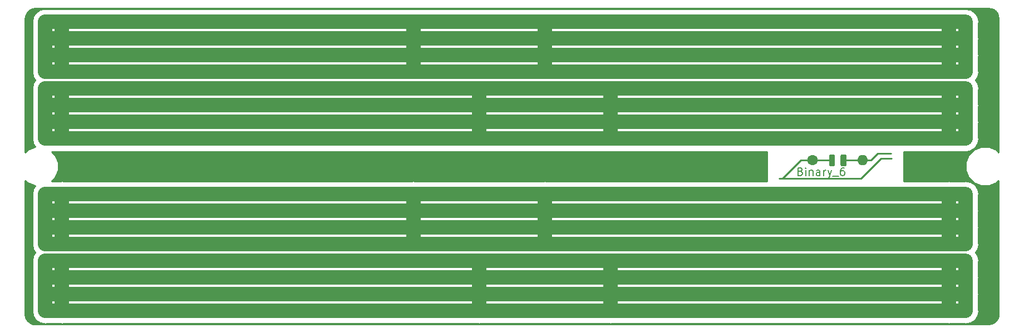
<source format=gtl>
G04 #@! TF.GenerationSoftware,KiCad,Pcbnew,(5.0.2)-1*
G04 #@! TF.CreationDate,2019-08-28T19:48:53+02:00*
G04 #@! TF.ProjectId,EleLab_v2_Bus150,456c654c-6162-45f7-9632-5f4275733135,rev?*
G04 #@! TF.SameCoordinates,Original*
G04 #@! TF.FileFunction,Copper,L1,Top*
G04 #@! TF.FilePolarity,Positive*
%FSLAX46Y46*%
G04 Gerber Fmt 4.6, Leading zero omitted, Abs format (unit mm)*
G04 Created by KiCad (PCBNEW (5.0.2)-1) date 28/08/2019 19:48:53*
%MOMM*%
%LPD*%
G01*
G04 APERTURE LIST*
%ADD10C,0.200000*%
G04 #@! TA.AperFunction,EtchedComponent*
%ADD11C,0.250000*%
G04 #@! TD*
G04 #@! TA.AperFunction,ComponentPad*
%ADD12R,1.700000X1.700000*%
G04 #@! TD*
G04 #@! TA.AperFunction,ComponentPad*
%ADD13O,1.700000X1.700000*%
G04 #@! TD*
G04 #@! TA.AperFunction,Conductor*
%ADD14C,0.100000*%
G04 #@! TD*
G04 #@! TA.AperFunction,SMDPad,CuDef*
%ADD15C,0.900000*%
G04 #@! TD*
G04 #@! TA.AperFunction,ComponentPad*
%ADD16O,1.600000X1.600000*%
G04 #@! TD*
G04 #@! TA.AperFunction,ComponentPad*
%ADD17C,1.600000*%
G04 #@! TD*
G04 #@! TA.AperFunction,Conductor*
%ADD18C,2.200000*%
G04 #@! TD*
G04 #@! TA.AperFunction,NonConductor*
%ADD19C,0.254000*%
G04 #@! TD*
G04 APERTURE END LIST*
G04 #@! TO.C,LO_1*
D10*
X218891742Y-105777085D02*
X219063171Y-105834228D01*
X219120314Y-105891371D01*
X219177457Y-106005657D01*
X219177457Y-106177085D01*
X219120314Y-106291371D01*
X219063171Y-106348514D01*
X218948885Y-106405657D01*
X218491742Y-106405657D01*
X218491742Y-105205657D01*
X218891742Y-105205657D01*
X219006028Y-105262800D01*
X219063171Y-105319942D01*
X219120314Y-105434228D01*
X219120314Y-105548514D01*
X219063171Y-105662800D01*
X219006028Y-105719942D01*
X218891742Y-105777085D01*
X218491742Y-105777085D01*
X219691742Y-106405657D02*
X219691742Y-105605657D01*
X219691742Y-105205657D02*
X219634600Y-105262800D01*
X219691742Y-105319942D01*
X219748885Y-105262800D01*
X219691742Y-105205657D01*
X219691742Y-105319942D01*
X220263171Y-105605657D02*
X220263171Y-106405657D01*
X220263171Y-105719942D02*
X220320314Y-105662800D01*
X220434600Y-105605657D01*
X220606028Y-105605657D01*
X220720314Y-105662800D01*
X220777457Y-105777085D01*
X220777457Y-106405657D01*
X221863171Y-106405657D02*
X221863171Y-105777085D01*
X221806028Y-105662800D01*
X221691742Y-105605657D01*
X221463171Y-105605657D01*
X221348885Y-105662800D01*
X221863171Y-106348514D02*
X221748885Y-106405657D01*
X221463171Y-106405657D01*
X221348885Y-106348514D01*
X221291742Y-106234228D01*
X221291742Y-106119942D01*
X221348885Y-106005657D01*
X221463171Y-105948514D01*
X221748885Y-105948514D01*
X221863171Y-105891371D01*
X222434600Y-106405657D02*
X222434600Y-105605657D01*
X222434600Y-105834228D02*
X222491742Y-105719942D01*
X222548885Y-105662800D01*
X222663171Y-105605657D01*
X222777457Y-105605657D01*
X223063171Y-105605657D02*
X223348885Y-106405657D01*
X223634600Y-105605657D02*
X223348885Y-106405657D01*
X223234600Y-106691371D01*
X223177457Y-106748514D01*
X223063171Y-106805657D01*
X223806028Y-106519942D02*
X224720314Y-106519942D01*
X225520314Y-105205657D02*
X225291742Y-105205657D01*
X225177457Y-105262800D01*
X225120314Y-105319942D01*
X225006028Y-105491371D01*
X224948885Y-105719942D01*
X224948885Y-106177085D01*
X225006028Y-106291371D01*
X225063171Y-106348514D01*
X225177457Y-106405657D01*
X225406028Y-106405657D01*
X225520314Y-106348514D01*
X225577457Y-106291371D01*
X225634600Y-106177085D01*
X225634600Y-105891371D01*
X225577457Y-105777085D01*
X225520314Y-105719942D01*
X225406028Y-105662800D01*
X225177457Y-105662800D01*
X225063171Y-105719942D01*
X225006028Y-105777085D01*
X224948885Y-105891371D01*
D11*
X228130600Y-106878800D02*
X215659200Y-106878800D01*
X231178600Y-103830800D02*
X228130600Y-106878800D01*
X232728000Y-103830800D02*
X231178600Y-103830800D01*
X218986600Y-104084800D02*
X216192600Y-106878800D01*
X220764600Y-104084800D02*
X218986600Y-104084800D01*
X230670600Y-103068800D02*
X232677200Y-103068800D01*
X229654600Y-104084800D02*
X230670600Y-103068800D01*
X228384600Y-104084800D02*
X229654600Y-104084800D01*
X225844600Y-104084800D02*
X228384600Y-104084800D01*
X220764600Y-104084800D02*
X223304600Y-104084800D01*
G04 #@! TD*
D12*
G04 #@! TO.P,J3,1*
G04 #@! TO.N,/+12V*
X241460000Y-100780000D03*
D13*
G04 #@! TO.P,J3,2*
X244000000Y-100780000D03*
G04 #@! TO.P,J3,3*
X241460000Y-98240000D03*
G04 #@! TO.P,J3,4*
X244000000Y-98240000D03*
G04 #@! TO.P,J3,5*
X241460000Y-95700000D03*
G04 #@! TO.P,J3,6*
X244000000Y-95700000D03*
G04 #@! TO.P,J3,7*
X241460000Y-93160000D03*
G04 #@! TO.P,J3,8*
X244000000Y-93160000D03*
G04 #@! TO.P,J3,9*
G04 #@! TO.N,/+24V*
X241460000Y-90620000D03*
G04 #@! TO.P,J3,10*
X244000000Y-90620000D03*
G04 #@! TO.P,J3,11*
X241460000Y-88080000D03*
G04 #@! TO.P,J3,12*
X244000000Y-88080000D03*
G04 #@! TO.P,J3,13*
X241460000Y-85540000D03*
G04 #@! TO.P,J3,14*
X244000000Y-85540000D03*
G04 #@! TO.P,J3,15*
X241460000Y-83000000D03*
G04 #@! TO.P,J3,16*
X244000000Y-83000000D03*
G04 #@! TD*
D12*
G04 #@! TO.P,J4,1*
G04 #@! TO.N,/GND*
X241460000Y-127000000D03*
D13*
G04 #@! TO.P,J4,2*
X244000000Y-127000000D03*
G04 #@! TO.P,J4,3*
X241460000Y-124460000D03*
G04 #@! TO.P,J4,4*
X244000000Y-124460000D03*
G04 #@! TO.P,J4,5*
X241460000Y-121920000D03*
G04 #@! TO.P,J4,6*
X244000000Y-121920000D03*
G04 #@! TO.P,J4,7*
X241460000Y-119380000D03*
G04 #@! TO.P,J4,8*
X244000000Y-119380000D03*
G04 #@! TO.P,J4,9*
G04 #@! TO.N,/+5V*
X241460000Y-116840000D03*
G04 #@! TO.P,J4,10*
X244000000Y-116840000D03*
G04 #@! TO.P,J4,11*
X241460000Y-114300000D03*
G04 #@! TO.P,J4,12*
X244000000Y-114300000D03*
G04 #@! TO.P,J4,13*
X241460000Y-111760000D03*
G04 #@! TO.P,J4,14*
X244000000Y-111760000D03*
G04 #@! TO.P,J4,15*
X241460000Y-109220000D03*
G04 #@! TO.P,J4,16*
X244000000Y-109220000D03*
G04 #@! TD*
G04 #@! TO.P,J1,16*
G04 #@! TO.N,/+24V*
X104000000Y-83000000D03*
G04 #@! TO.P,J1,15*
X106540000Y-83000000D03*
G04 #@! TO.P,J1,14*
X104000000Y-85540000D03*
G04 #@! TO.P,J1,13*
X106540000Y-85540000D03*
G04 #@! TO.P,J1,12*
X104000000Y-88080000D03*
G04 #@! TO.P,J1,11*
X106540000Y-88080000D03*
G04 #@! TO.P,J1,10*
X104000000Y-90620000D03*
G04 #@! TO.P,J1,9*
X106540000Y-90620000D03*
G04 #@! TO.P,J1,8*
G04 #@! TO.N,/+12V*
X104000000Y-93160000D03*
G04 #@! TO.P,J1,7*
X106540000Y-93160000D03*
G04 #@! TO.P,J1,6*
X104000000Y-95700000D03*
G04 #@! TO.P,J1,5*
X106540000Y-95700000D03*
G04 #@! TO.P,J1,4*
X104000000Y-98240000D03*
G04 #@! TO.P,J1,3*
X106540000Y-98240000D03*
G04 #@! TO.P,J1,2*
X104000000Y-100780000D03*
D12*
G04 #@! TO.P,J1,1*
X106540000Y-100780000D03*
G04 #@! TD*
D13*
G04 #@! TO.P,J2,16*
G04 #@! TO.N,/+5V*
X104000000Y-109220000D03*
G04 #@! TO.P,J2,15*
X106540000Y-109220000D03*
G04 #@! TO.P,J2,14*
X104000000Y-111760000D03*
G04 #@! TO.P,J2,13*
X106540000Y-111760000D03*
G04 #@! TO.P,J2,12*
X104000000Y-114300000D03*
G04 #@! TO.P,J2,11*
X106540000Y-114300000D03*
G04 #@! TO.P,J2,10*
X104000000Y-116840000D03*
G04 #@! TO.P,J2,9*
X106540000Y-116840000D03*
G04 #@! TO.P,J2,8*
G04 #@! TO.N,/GND*
X104000000Y-119380000D03*
G04 #@! TO.P,J2,7*
X106540000Y-119380000D03*
G04 #@! TO.P,J2,6*
X104000000Y-121920000D03*
G04 #@! TO.P,J2,5*
X106540000Y-121920000D03*
G04 #@! TO.P,J2,4*
X104000000Y-124460000D03*
G04 #@! TO.P,J2,3*
X106540000Y-124460000D03*
G04 #@! TO.P,J2,2*
X104000000Y-127000000D03*
D12*
G04 #@! TO.P,J2,1*
X106540000Y-127000000D03*
G04 #@! TD*
D14*
G04 #@! TO.N,*
G04 #@! TO.C,LO_1*
G36*
X225691654Y-103185883D02*
X225713495Y-103189123D01*
X225734914Y-103194488D01*
X225755704Y-103201927D01*
X225775664Y-103211368D01*
X225794603Y-103222719D01*
X225812338Y-103235873D01*
X225828699Y-103250701D01*
X225843527Y-103267062D01*
X225856681Y-103284797D01*
X225868032Y-103303736D01*
X225877473Y-103323696D01*
X225884912Y-103344486D01*
X225890277Y-103365905D01*
X225893517Y-103387746D01*
X225894600Y-103409800D01*
X225894600Y-104759800D01*
X225893517Y-104781854D01*
X225890277Y-104803695D01*
X225884912Y-104825114D01*
X225877473Y-104845904D01*
X225868032Y-104865864D01*
X225856681Y-104884803D01*
X225843527Y-104902538D01*
X225828699Y-104918899D01*
X225812338Y-104933727D01*
X225794603Y-104946881D01*
X225775664Y-104958232D01*
X225755704Y-104967673D01*
X225734914Y-104975112D01*
X225713495Y-104980477D01*
X225691654Y-104983717D01*
X225669600Y-104984800D01*
X225219600Y-104984800D01*
X225197546Y-104983717D01*
X225175705Y-104980477D01*
X225154286Y-104975112D01*
X225133496Y-104967673D01*
X225113536Y-104958232D01*
X225094597Y-104946881D01*
X225076862Y-104933727D01*
X225060501Y-104918899D01*
X225045673Y-104902538D01*
X225032519Y-104884803D01*
X225021168Y-104865864D01*
X225011727Y-104845904D01*
X225004288Y-104825114D01*
X224998923Y-104803695D01*
X224995683Y-104781854D01*
X224994600Y-104759800D01*
X224994600Y-103409800D01*
X224995683Y-103387746D01*
X224998923Y-103365905D01*
X225004288Y-103344486D01*
X225011727Y-103323696D01*
X225021168Y-103303736D01*
X225032519Y-103284797D01*
X225045673Y-103267062D01*
X225060501Y-103250701D01*
X225076862Y-103235873D01*
X225094597Y-103222719D01*
X225113536Y-103211368D01*
X225133496Y-103201927D01*
X225154286Y-103194488D01*
X225175705Y-103189123D01*
X225197546Y-103185883D01*
X225219600Y-103184800D01*
X225669600Y-103184800D01*
X225691654Y-103185883D01*
X225691654Y-103185883D01*
G37*
D15*
G04 #@! TD*
G04 #@! TO.P,LO_1,*
G04 #@! TO.N,*
X225444600Y-104084800D03*
D14*
G04 #@! TO.N,*
G04 #@! TO.C,LO_1*
G36*
X223951654Y-103185883D02*
X223973495Y-103189123D01*
X223994914Y-103194488D01*
X224015704Y-103201927D01*
X224035664Y-103211368D01*
X224054603Y-103222719D01*
X224072338Y-103235873D01*
X224088699Y-103250701D01*
X224103527Y-103267062D01*
X224116681Y-103284797D01*
X224128032Y-103303736D01*
X224137473Y-103323696D01*
X224144912Y-103344486D01*
X224150277Y-103365905D01*
X224153517Y-103387746D01*
X224154600Y-103409800D01*
X224154600Y-104759800D01*
X224153517Y-104781854D01*
X224150277Y-104803695D01*
X224144912Y-104825114D01*
X224137473Y-104845904D01*
X224128032Y-104865864D01*
X224116681Y-104884803D01*
X224103527Y-104902538D01*
X224088699Y-104918899D01*
X224072338Y-104933727D01*
X224054603Y-104946881D01*
X224035664Y-104958232D01*
X224015704Y-104967673D01*
X223994914Y-104975112D01*
X223973495Y-104980477D01*
X223951654Y-104983717D01*
X223929600Y-104984800D01*
X223479600Y-104984800D01*
X223457546Y-104983717D01*
X223435705Y-104980477D01*
X223414286Y-104975112D01*
X223393496Y-104967673D01*
X223373536Y-104958232D01*
X223354597Y-104946881D01*
X223336862Y-104933727D01*
X223320501Y-104918899D01*
X223305673Y-104902538D01*
X223292519Y-104884803D01*
X223281168Y-104865864D01*
X223271727Y-104845904D01*
X223264288Y-104825114D01*
X223258923Y-104803695D01*
X223255683Y-104781854D01*
X223254600Y-104759800D01*
X223254600Y-103409800D01*
X223255683Y-103387746D01*
X223258923Y-103365905D01*
X223264288Y-103344486D01*
X223271727Y-103323696D01*
X223281168Y-103303736D01*
X223292519Y-103284797D01*
X223305673Y-103267062D01*
X223320501Y-103250701D01*
X223336862Y-103235873D01*
X223354597Y-103222719D01*
X223373536Y-103211368D01*
X223393496Y-103201927D01*
X223414286Y-103194488D01*
X223435705Y-103189123D01*
X223457546Y-103185883D01*
X223479600Y-103184800D01*
X223929600Y-103184800D01*
X223951654Y-103185883D01*
X223951654Y-103185883D01*
G37*
D15*
G04 #@! TD*
G04 #@! TO.P,LO_1,*
G04 #@! TO.N,*
X223704600Y-104084800D03*
D16*
G04 #@! TO.P,LO_1,1*
G04 #@! TO.N,N/C*
X228384600Y-104084800D03*
D17*
G04 #@! TO.P,LO_1,2*
X220764600Y-104084800D03*
G04 #@! TD*
D12*
G04 #@! TO.P,J5,1*
G04 #@! TO.N,/+24V*
X160000000Y-83000000D03*
G04 #@! TD*
G04 #@! TO.P,J6,1*
G04 #@! TO.N,/+24V*
X160000000Y-85540000D03*
G04 #@! TD*
G04 #@! TO.P,J7,1*
G04 #@! TO.N,/+24V*
X160000000Y-88080000D03*
G04 #@! TD*
G04 #@! TO.P,J8,1*
G04 #@! TO.N,/+24V*
X160000000Y-90620000D03*
G04 #@! TD*
G04 #@! TO.P,J9,1*
G04 #@! TO.N,/+24V*
X180000000Y-83000000D03*
G04 #@! TD*
G04 #@! TO.P,J10,1*
G04 #@! TO.N,/+24V*
X180000000Y-85540000D03*
G04 #@! TD*
G04 #@! TO.P,J11,1*
G04 #@! TO.N,/+24V*
X180000000Y-88080000D03*
G04 #@! TD*
G04 #@! TO.P,J12,1*
G04 #@! TO.N,/+24V*
X180000000Y-90620000D03*
G04 #@! TD*
G04 #@! TO.P,J13,1*
G04 #@! TO.N,/+12V*
X170000000Y-93160000D03*
G04 #@! TD*
G04 #@! TO.P,J14,1*
G04 #@! TO.N,/+12V*
X170000000Y-95700000D03*
G04 #@! TD*
G04 #@! TO.P,J15,1*
G04 #@! TO.N,/+12V*
X170000000Y-98240000D03*
G04 #@! TD*
G04 #@! TO.P,J16,1*
G04 #@! TO.N,/+12V*
X170000000Y-100780000D03*
G04 #@! TD*
G04 #@! TO.P,J17,1*
G04 #@! TO.N,/+12V*
X190000000Y-93160000D03*
G04 #@! TD*
G04 #@! TO.P,J18,1*
G04 #@! TO.N,/+12V*
X190000000Y-95700000D03*
G04 #@! TD*
G04 #@! TO.P,J19,1*
G04 #@! TO.N,/+12V*
X190000000Y-98240000D03*
G04 #@! TD*
G04 #@! TO.P,J20,1*
G04 #@! TO.N,/+12V*
X190000000Y-100780000D03*
G04 #@! TD*
G04 #@! TO.P,J21,1*
G04 #@! TO.N,/+5V*
X160000000Y-109220000D03*
G04 #@! TD*
G04 #@! TO.P,J22,1*
G04 #@! TO.N,/+5V*
X160000000Y-111760000D03*
G04 #@! TD*
G04 #@! TO.P,J23,1*
G04 #@! TO.N,/+5V*
X160000000Y-114300000D03*
G04 #@! TD*
G04 #@! TO.P,J24,1*
G04 #@! TO.N,/+5V*
X160000000Y-116840000D03*
G04 #@! TD*
G04 #@! TO.P,J25,1*
G04 #@! TO.N,/+5V*
X179940000Y-109220000D03*
G04 #@! TD*
G04 #@! TO.P,J26,1*
G04 #@! TO.N,/+5V*
X179940000Y-111760000D03*
G04 #@! TD*
G04 #@! TO.P,J27,1*
G04 #@! TO.N,/+5V*
X179940000Y-114300000D03*
G04 #@! TD*
G04 #@! TO.P,J28,1*
G04 #@! TO.N,/+5V*
X179940000Y-116840000D03*
G04 #@! TD*
G04 #@! TO.P,J29,1*
G04 #@! TO.N,/GND*
X170000000Y-119380000D03*
G04 #@! TD*
G04 #@! TO.P,J30,1*
G04 #@! TO.N,/GND*
X170000000Y-121920000D03*
G04 #@! TD*
G04 #@! TO.P,J31,1*
G04 #@! TO.N,/GND*
X170000000Y-124460000D03*
G04 #@! TD*
G04 #@! TO.P,J32,1*
G04 #@! TO.N,/GND*
X170000000Y-127000000D03*
G04 #@! TD*
G04 #@! TO.P,J33,1*
G04 #@! TO.N,/GND*
X190000000Y-119380000D03*
G04 #@! TD*
G04 #@! TO.P,J34,1*
G04 #@! TO.N,/GND*
X190000000Y-121920000D03*
G04 #@! TD*
G04 #@! TO.P,J35,1*
G04 #@! TO.N,/GND*
X190000000Y-124460000D03*
G04 #@! TD*
G04 #@! TO.P,J36,1*
G04 #@! TO.N,/GND*
X190000000Y-127000000D03*
G04 #@! TD*
D18*
G04 #@! TO.N,/+24V*
X160000000Y-83000000D02*
X160000000Y-90620000D01*
X180000000Y-90620000D02*
X180000000Y-83000000D01*
X244000000Y-90620000D02*
X244000000Y-83000000D01*
X241460000Y-83000000D02*
X241460000Y-90620000D01*
X106540000Y-83000000D02*
X106540000Y-90620000D01*
X104000000Y-90620000D02*
X104000000Y-83000000D01*
X104000000Y-83000000D02*
X244000000Y-83000000D01*
X244000000Y-85540000D02*
X104000000Y-85540000D01*
X188960002Y-88080000D02*
X244000000Y-88080000D01*
X104000000Y-88080000D02*
X188960002Y-88080000D01*
X244000000Y-90620000D02*
X104000000Y-90620000D01*
G04 #@! TO.N,/+12V*
X190000000Y-93160000D02*
X190000000Y-100780000D01*
X170000000Y-100780000D02*
X170000000Y-93160000D01*
X244000000Y-100780000D02*
X244000000Y-93160000D01*
X241460000Y-93160000D02*
X241460000Y-100780000D01*
X104000000Y-93160000D02*
X104000000Y-100780000D01*
X106540000Y-100780000D02*
X106540000Y-93160000D01*
X223994106Y-93160000D02*
X244000000Y-93160000D01*
X104000000Y-93160000D02*
X223994106Y-93160000D01*
X244000000Y-95700000D02*
X104000000Y-95700000D01*
X229074106Y-98240000D02*
X244000000Y-98240000D01*
X104000000Y-98240000D02*
X229074106Y-98240000D01*
X244000000Y-100780000D02*
X104000000Y-100780000D01*
G04 #@! TO.N,/GND*
X170000000Y-119380000D02*
X170000000Y-127000000D01*
X190000000Y-127000000D02*
X190000000Y-119380000D01*
X244000000Y-127000000D02*
X244000000Y-119380000D01*
X241460000Y-119380000D02*
X241460000Y-127000000D01*
X106540000Y-127000000D02*
X106540000Y-119380000D01*
X104000000Y-119380000D02*
X104000000Y-127000000D01*
X104000000Y-119380000D02*
X244000000Y-119380000D01*
X106540000Y-121920000D02*
X104000000Y-121920000D01*
X244000000Y-121920000D02*
X106540000Y-121920000D01*
X241460000Y-124460000D02*
X244000000Y-124460000D01*
X104000000Y-124460000D02*
X241460000Y-124460000D01*
X244000000Y-127000000D02*
X104000000Y-127000000D01*
G04 #@! TO.N,/+5V*
X106540000Y-114300000D02*
X104000000Y-114300000D01*
X180000000Y-116780000D02*
X179940000Y-116840000D01*
X180000000Y-109220000D02*
X180000000Y-116780000D01*
X160000000Y-109220000D02*
X160000000Y-116840000D01*
X244000000Y-116840000D02*
X244000000Y-109220000D01*
X241460000Y-109220000D02*
X241460000Y-116840000D01*
X106540000Y-109220000D02*
X106540000Y-116840000D01*
X104000000Y-116840000D02*
X104000000Y-109220000D01*
X104000000Y-109220000D02*
X244000000Y-109220000D01*
X244000000Y-111760000D02*
X104000000Y-111760000D01*
X241460000Y-114300000D02*
X244000000Y-114300000D01*
X104000000Y-114300000D02*
X241460000Y-114300000D01*
X244000000Y-116840000D02*
X104000000Y-116840000D01*
G04 #@! TD*
D19*
G36*
X247883090Y-81007962D02*
X248242110Y-81150108D01*
X248554499Y-81377071D01*
X248800630Y-81674593D01*
X248965040Y-82023982D01*
X249045890Y-82447814D01*
X249048000Y-82514946D01*
X249048000Y-102837886D01*
X248686335Y-102476221D01*
X247592162Y-102023000D01*
X246407838Y-102023000D01*
X245313665Y-102476221D01*
X244476221Y-103313665D01*
X244023000Y-104407838D01*
X244023000Y-105592162D01*
X244476221Y-106686335D01*
X245313665Y-107523779D01*
X246407838Y-107977000D01*
X247592162Y-107977000D01*
X248686335Y-107523779D01*
X249048001Y-107162113D01*
X249048001Y-127440099D01*
X248992038Y-127883090D01*
X248849893Y-128242109D01*
X248622930Y-128554497D01*
X248325407Y-128800630D01*
X247976018Y-128965040D01*
X247552186Y-129045890D01*
X247485054Y-129048000D01*
X102559893Y-129048000D01*
X102116910Y-128992038D01*
X101757891Y-128849893D01*
X101445503Y-128622930D01*
X101199370Y-128325407D01*
X101034960Y-127976018D01*
X100954110Y-127552186D01*
X100952000Y-127485054D01*
X100952000Y-107162114D01*
X101313665Y-107523779D01*
X102407838Y-107977000D01*
X102452829Y-107977000D01*
X102137707Y-108448613D01*
X101984269Y-109220000D01*
X102023001Y-109414719D01*
X102023001Y-111565282D01*
X101984269Y-111760000D01*
X102023001Y-111954718D01*
X102023000Y-114105284D01*
X101984269Y-114300000D01*
X102023000Y-114494716D01*
X102023000Y-116645285D01*
X101984269Y-116840000D01*
X102137707Y-117611387D01*
X102470870Y-118110000D01*
X102137707Y-118608613D01*
X101984269Y-119380000D01*
X102023000Y-119574715D01*
X102023000Y-121725284D01*
X101984269Y-121920000D01*
X102023000Y-122114716D01*
X102023001Y-124265282D01*
X101984269Y-124460000D01*
X102023001Y-124654718D01*
X102023001Y-126805281D01*
X101984269Y-127000000D01*
X102137707Y-127771387D01*
X102574663Y-128425337D01*
X103228613Y-128862293D01*
X103805286Y-128977000D01*
X104000000Y-129015731D01*
X104194714Y-128977000D01*
X106345286Y-128977000D01*
X106540000Y-129015731D01*
X106734714Y-128977000D01*
X169805286Y-128977000D01*
X170000000Y-129015731D01*
X170194714Y-128977000D01*
X189805286Y-128977000D01*
X190000000Y-129015731D01*
X190194714Y-128977000D01*
X241265286Y-128977000D01*
X241460000Y-129015731D01*
X241654714Y-128977000D01*
X243805286Y-128977000D01*
X244000000Y-129015731D01*
X244194714Y-128977000D01*
X244771387Y-128862293D01*
X245425337Y-128425337D01*
X245862293Y-127771387D01*
X246015731Y-127000000D01*
X245977000Y-126805286D01*
X245977000Y-124654714D01*
X246015731Y-124460000D01*
X245977000Y-124265286D01*
X245977000Y-122114714D01*
X246015731Y-121920000D01*
X245977000Y-121725286D01*
X245977000Y-119574714D01*
X246015731Y-119380000D01*
X245862293Y-118608613D01*
X245529130Y-118110000D01*
X245862293Y-117611387D01*
X246015731Y-116840000D01*
X245977000Y-116645286D01*
X245977000Y-114494714D01*
X246015731Y-114300000D01*
X245977000Y-114105286D01*
X245977000Y-111954714D01*
X246015731Y-111760000D01*
X245977000Y-111565286D01*
X245977000Y-109414714D01*
X246015731Y-109220000D01*
X245862293Y-108448613D01*
X245425337Y-107794663D01*
X244771387Y-107357707D01*
X244194714Y-107243000D01*
X244000000Y-107204269D01*
X243805286Y-107243000D01*
X241654714Y-107243000D01*
X241460000Y-107204269D01*
X241265286Y-107243000D01*
X234642231Y-107243000D01*
X234642231Y-102757000D01*
X241265286Y-102757000D01*
X241460000Y-102795731D01*
X241654714Y-102757000D01*
X243805286Y-102757000D01*
X244000000Y-102795731D01*
X244194714Y-102757000D01*
X244771387Y-102642293D01*
X245425337Y-102205337D01*
X245862293Y-101551387D01*
X246015731Y-100780000D01*
X245977000Y-100585286D01*
X245977000Y-98434714D01*
X246015731Y-98240000D01*
X245977000Y-98045286D01*
X245977000Y-95894714D01*
X246015731Y-95700000D01*
X245977000Y-95505286D01*
X245977000Y-93354714D01*
X246015731Y-93160000D01*
X245862293Y-92388613D01*
X245529130Y-91890000D01*
X245862293Y-91391387D01*
X246015731Y-90620000D01*
X245977000Y-90425286D01*
X245977000Y-88274714D01*
X246015731Y-88080000D01*
X245977000Y-87885286D01*
X245977000Y-85734714D01*
X246015731Y-85540000D01*
X245977000Y-85345286D01*
X245977000Y-83194714D01*
X246015731Y-83000000D01*
X245862293Y-82228613D01*
X245425337Y-81574663D01*
X244771387Y-81137707D01*
X244685535Y-81120630D01*
X244000000Y-80984269D01*
X243805286Y-81023000D01*
X241654714Y-81023000D01*
X241460000Y-80984269D01*
X241265286Y-81023000D01*
X180194714Y-81023000D01*
X180000000Y-80984269D01*
X179805286Y-81023000D01*
X160194714Y-81023000D01*
X160000000Y-80984269D01*
X159805286Y-81023000D01*
X106734714Y-81023000D01*
X106540000Y-80984269D01*
X106345286Y-81023000D01*
X104194714Y-81023000D01*
X104000000Y-80984269D01*
X103805286Y-81023000D01*
X103228613Y-81137707D01*
X102574663Y-81574663D01*
X102137707Y-82228613D01*
X101984269Y-83000000D01*
X102023001Y-83194719D01*
X102023001Y-85345282D01*
X101984269Y-85540000D01*
X102023001Y-85734718D01*
X102023000Y-87885284D01*
X101984269Y-88080000D01*
X102023000Y-88274716D01*
X102023000Y-90425285D01*
X101984269Y-90620000D01*
X102137707Y-91391387D01*
X102470870Y-91890000D01*
X102137707Y-92388613D01*
X101984269Y-93160000D01*
X102023000Y-93354715D01*
X102023000Y-95505284D01*
X101984269Y-95700000D01*
X102023000Y-95894716D01*
X102023001Y-98045282D01*
X101984269Y-98240000D01*
X102023001Y-98434718D01*
X102023001Y-100585281D01*
X101984269Y-100780000D01*
X102137707Y-101551387D01*
X102452829Y-102023000D01*
X102407838Y-102023000D01*
X101313665Y-102476221D01*
X100952000Y-102837886D01*
X100952000Y-82559893D01*
X101007962Y-82116910D01*
X101150108Y-81757890D01*
X101377071Y-81445501D01*
X101674593Y-81199370D01*
X102023982Y-81034960D01*
X102447814Y-80954110D01*
X102514946Y-80952000D01*
X247440107Y-80952000D01*
X247883090Y-81007962D01*
X247883090Y-81007962D01*
G37*
X247883090Y-81007962D02*
X248242110Y-81150108D01*
X248554499Y-81377071D01*
X248800630Y-81674593D01*
X248965040Y-82023982D01*
X249045890Y-82447814D01*
X249048000Y-82514946D01*
X249048000Y-102837886D01*
X248686335Y-102476221D01*
X247592162Y-102023000D01*
X246407838Y-102023000D01*
X245313665Y-102476221D01*
X244476221Y-103313665D01*
X244023000Y-104407838D01*
X244023000Y-105592162D01*
X244476221Y-106686335D01*
X245313665Y-107523779D01*
X246407838Y-107977000D01*
X247592162Y-107977000D01*
X248686335Y-107523779D01*
X249048001Y-107162113D01*
X249048001Y-127440099D01*
X248992038Y-127883090D01*
X248849893Y-128242109D01*
X248622930Y-128554497D01*
X248325407Y-128800630D01*
X247976018Y-128965040D01*
X247552186Y-129045890D01*
X247485054Y-129048000D01*
X102559893Y-129048000D01*
X102116910Y-128992038D01*
X101757891Y-128849893D01*
X101445503Y-128622930D01*
X101199370Y-128325407D01*
X101034960Y-127976018D01*
X100954110Y-127552186D01*
X100952000Y-127485054D01*
X100952000Y-107162114D01*
X101313665Y-107523779D01*
X102407838Y-107977000D01*
X102452829Y-107977000D01*
X102137707Y-108448613D01*
X101984269Y-109220000D01*
X102023001Y-109414719D01*
X102023001Y-111565282D01*
X101984269Y-111760000D01*
X102023001Y-111954718D01*
X102023000Y-114105284D01*
X101984269Y-114300000D01*
X102023000Y-114494716D01*
X102023000Y-116645285D01*
X101984269Y-116840000D01*
X102137707Y-117611387D01*
X102470870Y-118110000D01*
X102137707Y-118608613D01*
X101984269Y-119380000D01*
X102023000Y-119574715D01*
X102023000Y-121725284D01*
X101984269Y-121920000D01*
X102023000Y-122114716D01*
X102023001Y-124265282D01*
X101984269Y-124460000D01*
X102023001Y-124654718D01*
X102023001Y-126805281D01*
X101984269Y-127000000D01*
X102137707Y-127771387D01*
X102574663Y-128425337D01*
X103228613Y-128862293D01*
X103805286Y-128977000D01*
X104000000Y-129015731D01*
X104194714Y-128977000D01*
X106345286Y-128977000D01*
X106540000Y-129015731D01*
X106734714Y-128977000D01*
X169805286Y-128977000D01*
X170000000Y-129015731D01*
X170194714Y-128977000D01*
X189805286Y-128977000D01*
X190000000Y-129015731D01*
X190194714Y-128977000D01*
X241265286Y-128977000D01*
X241460000Y-129015731D01*
X241654714Y-128977000D01*
X243805286Y-128977000D01*
X244000000Y-129015731D01*
X244194714Y-128977000D01*
X244771387Y-128862293D01*
X245425337Y-128425337D01*
X245862293Y-127771387D01*
X246015731Y-127000000D01*
X245977000Y-126805286D01*
X245977000Y-124654714D01*
X246015731Y-124460000D01*
X245977000Y-124265286D01*
X245977000Y-122114714D01*
X246015731Y-121920000D01*
X245977000Y-121725286D01*
X245977000Y-119574714D01*
X246015731Y-119380000D01*
X245862293Y-118608613D01*
X245529130Y-118110000D01*
X245862293Y-117611387D01*
X246015731Y-116840000D01*
X245977000Y-116645286D01*
X245977000Y-114494714D01*
X246015731Y-114300000D01*
X245977000Y-114105286D01*
X245977000Y-111954714D01*
X246015731Y-111760000D01*
X245977000Y-111565286D01*
X245977000Y-109414714D01*
X246015731Y-109220000D01*
X245862293Y-108448613D01*
X245425337Y-107794663D01*
X244771387Y-107357707D01*
X244194714Y-107243000D01*
X244000000Y-107204269D01*
X243805286Y-107243000D01*
X241654714Y-107243000D01*
X241460000Y-107204269D01*
X241265286Y-107243000D01*
X234642231Y-107243000D01*
X234642231Y-102757000D01*
X241265286Y-102757000D01*
X241460000Y-102795731D01*
X241654714Y-102757000D01*
X243805286Y-102757000D01*
X244000000Y-102795731D01*
X244194714Y-102757000D01*
X244771387Y-102642293D01*
X245425337Y-102205337D01*
X245862293Y-101551387D01*
X246015731Y-100780000D01*
X245977000Y-100585286D01*
X245977000Y-98434714D01*
X246015731Y-98240000D01*
X245977000Y-98045286D01*
X245977000Y-95894714D01*
X246015731Y-95700000D01*
X245977000Y-95505286D01*
X245977000Y-93354714D01*
X246015731Y-93160000D01*
X245862293Y-92388613D01*
X245529130Y-91890000D01*
X245862293Y-91391387D01*
X246015731Y-90620000D01*
X245977000Y-90425286D01*
X245977000Y-88274714D01*
X246015731Y-88080000D01*
X245977000Y-87885286D01*
X245977000Y-85734714D01*
X246015731Y-85540000D01*
X245977000Y-85345286D01*
X245977000Y-83194714D01*
X246015731Y-83000000D01*
X245862293Y-82228613D01*
X245425337Y-81574663D01*
X244771387Y-81137707D01*
X244685535Y-81120630D01*
X244000000Y-80984269D01*
X243805286Y-81023000D01*
X241654714Y-81023000D01*
X241460000Y-80984269D01*
X241265286Y-81023000D01*
X180194714Y-81023000D01*
X180000000Y-80984269D01*
X179805286Y-81023000D01*
X160194714Y-81023000D01*
X160000000Y-80984269D01*
X159805286Y-81023000D01*
X106734714Y-81023000D01*
X106540000Y-80984269D01*
X106345286Y-81023000D01*
X104194714Y-81023000D01*
X104000000Y-80984269D01*
X103805286Y-81023000D01*
X103228613Y-81137707D01*
X102574663Y-81574663D01*
X102137707Y-82228613D01*
X101984269Y-83000000D01*
X102023001Y-83194719D01*
X102023001Y-85345282D01*
X101984269Y-85540000D01*
X102023001Y-85734718D01*
X102023000Y-87885284D01*
X101984269Y-88080000D01*
X102023000Y-88274716D01*
X102023000Y-90425285D01*
X101984269Y-90620000D01*
X102137707Y-91391387D01*
X102470870Y-91890000D01*
X102137707Y-92388613D01*
X101984269Y-93160000D01*
X102023000Y-93354715D01*
X102023000Y-95505284D01*
X101984269Y-95700000D01*
X102023000Y-95894716D01*
X102023001Y-98045282D01*
X101984269Y-98240000D01*
X102023001Y-98434718D01*
X102023001Y-100585281D01*
X101984269Y-100780000D01*
X102137707Y-101551387D01*
X102452829Y-102023000D01*
X102407838Y-102023000D01*
X101313665Y-102476221D01*
X100952000Y-102837886D01*
X100952000Y-82559893D01*
X101007962Y-82116910D01*
X101150108Y-81757890D01*
X101377071Y-81445501D01*
X101674593Y-81199370D01*
X102023982Y-81034960D01*
X102447814Y-80954110D01*
X102514946Y-80952000D01*
X247440107Y-80952000D01*
X247883090Y-81007962D01*
G36*
X106540000Y-102795731D02*
X106734714Y-102757000D01*
X169805286Y-102757000D01*
X170000000Y-102795731D01*
X170194714Y-102757000D01*
X189805286Y-102757000D01*
X190000000Y-102795731D01*
X190194714Y-102757000D01*
X213788231Y-102757000D01*
X213788231Y-107243000D01*
X180194714Y-107243000D01*
X180000000Y-107204269D01*
X179805286Y-107243000D01*
X160194714Y-107243000D01*
X160000000Y-107204269D01*
X159805286Y-107243000D01*
X106734714Y-107243000D01*
X106540000Y-107204269D01*
X106345286Y-107243000D01*
X104967114Y-107243000D01*
X105523779Y-106686335D01*
X105977000Y-105592162D01*
X105977000Y-104407838D01*
X105523779Y-103313665D01*
X104967114Y-102757000D01*
X106345286Y-102757000D01*
X106540000Y-102795731D01*
X106540000Y-102795731D01*
G37*
X106540000Y-102795731D02*
X106734714Y-102757000D01*
X169805286Y-102757000D01*
X170000000Y-102795731D01*
X170194714Y-102757000D01*
X189805286Y-102757000D01*
X190000000Y-102795731D01*
X190194714Y-102757000D01*
X213788231Y-102757000D01*
X213788231Y-107243000D01*
X180194714Y-107243000D01*
X180000000Y-107204269D01*
X179805286Y-107243000D01*
X160194714Y-107243000D01*
X160000000Y-107204269D01*
X159805286Y-107243000D01*
X106734714Y-107243000D01*
X106540000Y-107204269D01*
X106345286Y-107243000D01*
X104967114Y-107243000D01*
X105523779Y-106686335D01*
X105977000Y-105592162D01*
X105977000Y-104407838D01*
X105523779Y-103313665D01*
X104967114Y-102757000D01*
X106345286Y-102757000D01*
X106540000Y-102795731D01*
M02*

</source>
